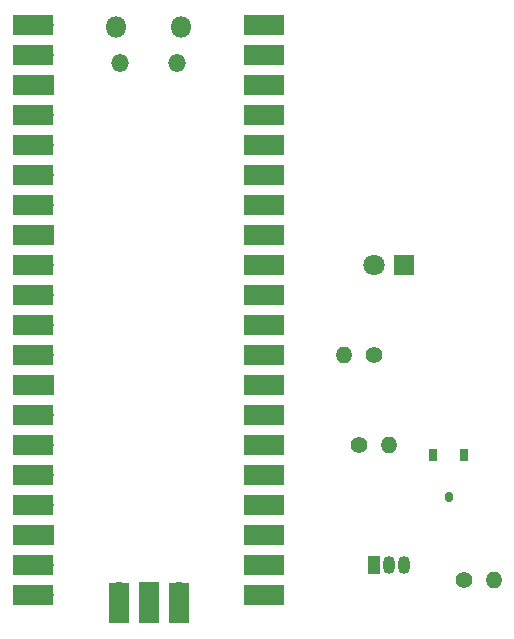
<source format=gbr>
%TF.GenerationSoftware,KiCad,Pcbnew,8.0.0*%
%TF.CreationDate,2024-03-27T17:24:57-03:00*%
%TF.ProjectId,Ponderada_S6,506f6e64-6572-4616-9461-5f53362e6b69,rev?*%
%TF.SameCoordinates,Original*%
%TF.FileFunction,Soldermask,Top*%
%TF.FilePolarity,Negative*%
%FSLAX46Y46*%
G04 Gerber Fmt 4.6, Leading zero omitted, Abs format (unit mm)*
G04 Created by KiCad (PCBNEW 8.0.0) date 2024-03-27 17:24:57*
%MOMM*%
%LPD*%
G01*
G04 APERTURE LIST*
G04 Aperture macros list*
%AMRoundRect*
0 Rectangle with rounded corners*
0 $1 Rounding radius*
0 $2 $3 $4 $5 $6 $7 $8 $9 X,Y pos of 4 corners*
0 Add a 4 corners polygon primitive as box body*
4,1,4,$2,$3,$4,$5,$6,$7,$8,$9,$2,$3,0*
0 Add four circle primitives for the rounded corners*
1,1,$1+$1,$2,$3*
1,1,$1+$1,$4,$5*
1,1,$1+$1,$6,$7*
1,1,$1+$1,$8,$9*
0 Add four rect primitives between the rounded corners*
20,1,$1+$1,$2,$3,$4,$5,0*
20,1,$1+$1,$4,$5,$6,$7,0*
20,1,$1+$1,$6,$7,$8,$9,0*
20,1,$1+$1,$8,$9,$2,$3,0*%
G04 Aperture macros list end*
%ADD10R,1.800000X1.800000*%
%ADD11C,1.800000*%
%ADD12C,1.400000*%
%ADD13O,1.400000X1.400000*%
%ADD14RoundRect,0.150000X0.150000X0.275000X-0.150000X0.275000X-0.150000X-0.275000X0.150000X-0.275000X0*%
%ADD15RoundRect,0.187500X0.187500X0.362500X-0.187500X0.362500X-0.187500X-0.362500X0.187500X-0.362500X0*%
%ADD16R,1.050000X1.500000*%
%ADD17O,1.050000X1.500000*%
%ADD18O,1.800000X1.800000*%
%ADD19O,1.500000X1.500000*%
%ADD20O,1.700000X1.700000*%
%ADD21R,3.500000X1.700000*%
%ADD22R,1.700000X1.700000*%
%ADD23R,1.700000X3.500000*%
G04 APERTURE END LIST*
D10*
%TO.C,D1*%
X100330000Y-109220000D03*
D11*
X97790000Y-109220000D03*
%TD*%
D12*
%TO.C,R3*%
X105410000Y-135890000D03*
D13*
X107950000Y-135890000D03*
%TD*%
D14*
%TO.C,J1*%
X104140000Y-128875000D03*
D15*
X105415000Y-125250000D03*
X102865000Y-125250000D03*
%TD*%
D12*
%TO.C,R2*%
X96520000Y-124460000D03*
D13*
X99060000Y-124460000D03*
%TD*%
D12*
%TO.C,R1*%
X97790000Y-116840000D03*
D13*
X95250000Y-116840000D03*
%TD*%
D16*
%TO.C,Q1*%
X97790000Y-134620000D03*
D17*
X99060000Y-134620000D03*
X100330000Y-134620000D03*
%TD*%
D18*
%TO.C,U1*%
X76015000Y-89030000D03*
D19*
X76315000Y-92060000D03*
X81165000Y-92060000D03*
D18*
X81465000Y-89030000D03*
D20*
X69850000Y-88900000D03*
D21*
X68950000Y-88900000D03*
D20*
X69850000Y-91440000D03*
D21*
X68950000Y-91440000D03*
D22*
X69850000Y-93980000D03*
D21*
X68950000Y-93980000D03*
D20*
X69850000Y-96520000D03*
D21*
X68950000Y-96520000D03*
D20*
X69850000Y-99060000D03*
D21*
X68950000Y-99060000D03*
D20*
X69850000Y-101600000D03*
D21*
X68950000Y-101600000D03*
D20*
X69850000Y-104140000D03*
D21*
X68950000Y-104140000D03*
D22*
X69850000Y-106680000D03*
D21*
X68950000Y-106680000D03*
D20*
X69850000Y-109220000D03*
D21*
X68950000Y-109220000D03*
D20*
X69850000Y-111760000D03*
D21*
X68950000Y-111760000D03*
D20*
X69850000Y-114300000D03*
D21*
X68950000Y-114300000D03*
D20*
X69850000Y-116840000D03*
D21*
X68950000Y-116840000D03*
D22*
X69850000Y-119380000D03*
D21*
X68950000Y-119380000D03*
D20*
X69850000Y-121920000D03*
D21*
X68950000Y-121920000D03*
D20*
X69850000Y-124460000D03*
D21*
X68950000Y-124460000D03*
D20*
X69850000Y-127000000D03*
D21*
X68950000Y-127000000D03*
D20*
X69850000Y-129540000D03*
D21*
X68950000Y-129540000D03*
D22*
X69850000Y-132080000D03*
D21*
X68950000Y-132080000D03*
D20*
X69850000Y-134620000D03*
D21*
X68950000Y-134620000D03*
D20*
X69850000Y-137160000D03*
D21*
X68950000Y-137160000D03*
D20*
X87630000Y-137160000D03*
D21*
X88530000Y-137160000D03*
D20*
X87630000Y-134620000D03*
D21*
X88530000Y-134620000D03*
D22*
X87630000Y-132080000D03*
D21*
X88530000Y-132080000D03*
D20*
X87630000Y-129540000D03*
D21*
X88530000Y-129540000D03*
D20*
X87630000Y-127000000D03*
D21*
X88530000Y-127000000D03*
D20*
X87630000Y-124460000D03*
D21*
X88530000Y-124460000D03*
D20*
X87630000Y-121920000D03*
D21*
X88530000Y-121920000D03*
D22*
X87630000Y-119380000D03*
D21*
X88530000Y-119380000D03*
D20*
X87630000Y-116840000D03*
D21*
X88530000Y-116840000D03*
D20*
X87630000Y-114300000D03*
D21*
X88530000Y-114300000D03*
D20*
X87630000Y-111760000D03*
D21*
X88530000Y-111760000D03*
D20*
X87630000Y-109220000D03*
D21*
X88530000Y-109220000D03*
D22*
X87630000Y-106680000D03*
D21*
X88530000Y-106680000D03*
D20*
X87630000Y-104140000D03*
D21*
X88530000Y-104140000D03*
D20*
X87630000Y-101600000D03*
D21*
X88530000Y-101600000D03*
D20*
X87630000Y-99060000D03*
D21*
X88530000Y-99060000D03*
D20*
X87630000Y-96520000D03*
D21*
X88530000Y-96520000D03*
D22*
X87630000Y-93980000D03*
D21*
X88530000Y-93980000D03*
D20*
X87630000Y-91440000D03*
D21*
X88530000Y-91440000D03*
D20*
X87630000Y-88900000D03*
D21*
X88530000Y-88900000D03*
D20*
X76200000Y-136930000D03*
D23*
X76200000Y-137830000D03*
D22*
X78740000Y-136930000D03*
D23*
X78740000Y-137830000D03*
D20*
X81280000Y-136930000D03*
D23*
X81280000Y-137830000D03*
%TD*%
M02*

</source>
